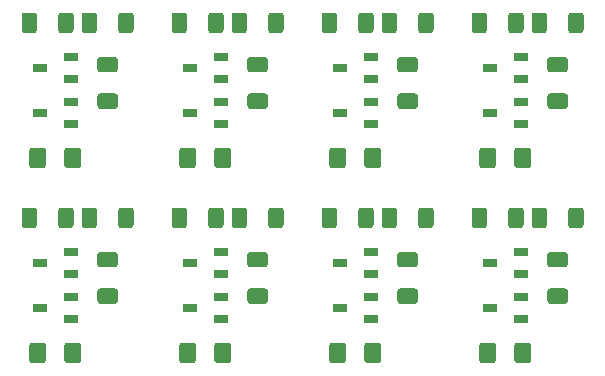
<source format=gbr>
%TF.GenerationSoftware,KiCad,Pcbnew,5.1.8+dfsg1-1+b1*%
%TF.CreationDate,2021-02-16T13:38:33-06:00*%
%TF.ProjectId,interrupt-hat,696e7465-7272-4757-9074-2d6861742e6b,A*%
%TF.SameCoordinates,Original*%
%TF.FileFunction,Paste,Top*%
%TF.FilePolarity,Positive*%
%FSLAX46Y46*%
G04 Gerber Fmt 4.6, Leading zero omitted, Abs format (unit mm)*
G04 Created by KiCad (PCBNEW 5.1.8+dfsg1-1+b1) date 2021-02-16 13:38:33*
%MOMM*%
%LPD*%
G01*
G04 APERTURE LIST*
%ADD10R,1.220000X0.650000*%
G04 APERTURE END LIST*
D10*
%TO.C,Q16*%
X92670000Y-83185000D03*
X95290000Y-82235000D03*
X95290000Y-84135000D03*
%TD*%
%TO.C,Q15*%
X92670000Y-66675000D03*
X95290000Y-65725000D03*
X95290000Y-67625000D03*
%TD*%
%TO.C,Q14*%
X92670000Y-86995000D03*
X95290000Y-86045000D03*
X95290000Y-87945000D03*
%TD*%
%TO.C,Q13*%
X79970000Y-86995000D03*
X82590000Y-86045000D03*
X82590000Y-87945000D03*
%TD*%
%TO.C,Q12*%
X67270000Y-86995000D03*
X69890000Y-86045000D03*
X69890000Y-87945000D03*
%TD*%
%TO.C,Q11*%
X54570000Y-86995000D03*
X57190000Y-86045000D03*
X57190000Y-87945000D03*
%TD*%
%TO.C,Q10*%
X79970000Y-83185000D03*
X82590000Y-82235000D03*
X82590000Y-84135000D03*
%TD*%
%TO.C,Q9*%
X79970000Y-66675000D03*
X82590000Y-65725000D03*
X82590000Y-67625000D03*
%TD*%
%TO.C,Q8*%
X67270000Y-83185000D03*
X69890000Y-82235000D03*
X69890000Y-84135000D03*
%TD*%
%TO.C,Q7*%
X67270000Y-66675000D03*
X69890000Y-65725000D03*
X69890000Y-67625000D03*
%TD*%
%TO.C,Q6*%
X92670000Y-70485000D03*
X95290000Y-69535000D03*
X95290000Y-71435000D03*
%TD*%
%TO.C,Q5*%
X79970000Y-70485000D03*
X82590000Y-69535000D03*
X82590000Y-71435000D03*
%TD*%
%TO.C,Q4*%
X67270000Y-70485000D03*
X69890000Y-69535000D03*
X69890000Y-71435000D03*
%TD*%
%TO.C,Q3*%
X54570000Y-70485000D03*
X57190000Y-69535000D03*
X57190000Y-71435000D03*
%TD*%
%TO.C,Q2*%
X54570000Y-83185000D03*
X57190000Y-82235000D03*
X57190000Y-84135000D03*
%TD*%
%TO.C,Q1*%
X54570000Y-66675000D03*
X57190000Y-65725000D03*
X57190000Y-67625000D03*
%TD*%
%TO.C,R1*%
G36*
G01*
X56145000Y-63490001D02*
X56145000Y-62239999D01*
G75*
G02*
X56394999Y-61990000I249999J0D01*
G01*
X57195001Y-61990000D01*
G75*
G02*
X57445000Y-62239999I0J-249999D01*
G01*
X57445000Y-63490001D01*
G75*
G02*
X57195001Y-63740000I-249999J0D01*
G01*
X56394999Y-63740000D01*
G75*
G02*
X56145000Y-63490001I0J249999D01*
G01*
G37*
G36*
G01*
X53045000Y-63490001D02*
X53045000Y-62239999D01*
G75*
G02*
X53294999Y-61990000I249999J0D01*
G01*
X54095001Y-61990000D01*
G75*
G02*
X54345000Y-62239999I0J-249999D01*
G01*
X54345000Y-63490001D01*
G75*
G02*
X54095001Y-63740000I-249999J0D01*
G01*
X53294999Y-63740000D01*
G75*
G02*
X53045000Y-63490001I0J249999D01*
G01*
G37*
%TD*%
%TO.C,R24*%
G36*
G01*
X99325000Y-80000001D02*
X99325000Y-78749999D01*
G75*
G02*
X99574999Y-78500000I249999J0D01*
G01*
X100375001Y-78500000D01*
G75*
G02*
X100625000Y-78749999I0J-249999D01*
G01*
X100625000Y-80000001D01*
G75*
G02*
X100375001Y-80250000I-249999J0D01*
G01*
X99574999Y-80250000D01*
G75*
G02*
X99325000Y-80000001I0J249999D01*
G01*
G37*
G36*
G01*
X96225000Y-80000001D02*
X96225000Y-78749999D01*
G75*
G02*
X96474999Y-78500000I249999J0D01*
G01*
X97275001Y-78500000D01*
G75*
G02*
X97525000Y-78749999I0J-249999D01*
G01*
X97525000Y-80000001D01*
G75*
G02*
X97275001Y-80250000I-249999J0D01*
G01*
X96474999Y-80250000D01*
G75*
G02*
X96225000Y-80000001I0J249999D01*
G01*
G37*
%TD*%
%TO.C,R23*%
G36*
G01*
X94245000Y-80000001D02*
X94245000Y-78749999D01*
G75*
G02*
X94494999Y-78500000I249999J0D01*
G01*
X95295001Y-78500000D01*
G75*
G02*
X95545000Y-78749999I0J-249999D01*
G01*
X95545000Y-80000001D01*
G75*
G02*
X95295001Y-80250000I-249999J0D01*
G01*
X94494999Y-80250000D01*
G75*
G02*
X94245000Y-80000001I0J249999D01*
G01*
G37*
G36*
G01*
X91145000Y-80000001D02*
X91145000Y-78749999D01*
G75*
G02*
X91394999Y-78500000I249999J0D01*
G01*
X92195001Y-78500000D01*
G75*
G02*
X92445000Y-78749999I0J-249999D01*
G01*
X92445000Y-80000001D01*
G75*
G02*
X92195001Y-80250000I-249999J0D01*
G01*
X91394999Y-80250000D01*
G75*
G02*
X91145000Y-80000001I0J249999D01*
G01*
G37*
%TD*%
%TO.C,R22*%
G36*
G01*
X99325000Y-63490001D02*
X99325000Y-62239999D01*
G75*
G02*
X99574999Y-61990000I249999J0D01*
G01*
X100375001Y-61990000D01*
G75*
G02*
X100625000Y-62239999I0J-249999D01*
G01*
X100625000Y-63490001D01*
G75*
G02*
X100375001Y-63740000I-249999J0D01*
G01*
X99574999Y-63740000D01*
G75*
G02*
X99325000Y-63490001I0J249999D01*
G01*
G37*
G36*
G01*
X96225000Y-63490001D02*
X96225000Y-62239999D01*
G75*
G02*
X96474999Y-61990000I249999J0D01*
G01*
X97275001Y-61990000D01*
G75*
G02*
X97525000Y-62239999I0J-249999D01*
G01*
X97525000Y-63490001D01*
G75*
G02*
X97275001Y-63740000I-249999J0D01*
G01*
X96474999Y-63740000D01*
G75*
G02*
X96225000Y-63490001I0J249999D01*
G01*
G37*
%TD*%
%TO.C,R21*%
G36*
G01*
X94245000Y-63490001D02*
X94245000Y-62239999D01*
G75*
G02*
X94494999Y-61990000I249999J0D01*
G01*
X95295001Y-61990000D01*
G75*
G02*
X95545000Y-62239999I0J-249999D01*
G01*
X95545000Y-63490001D01*
G75*
G02*
X95295001Y-63740000I-249999J0D01*
G01*
X94494999Y-63740000D01*
G75*
G02*
X94245000Y-63490001I0J249999D01*
G01*
G37*
G36*
G01*
X91145000Y-63490001D02*
X91145000Y-62239999D01*
G75*
G02*
X91394999Y-61990000I249999J0D01*
G01*
X92195001Y-61990000D01*
G75*
G02*
X92445000Y-62239999I0J-249999D01*
G01*
X92445000Y-63490001D01*
G75*
G02*
X92195001Y-63740000I-249999J0D01*
G01*
X91394999Y-63740000D01*
G75*
G02*
X91145000Y-63490001I0J249999D01*
G01*
G37*
%TD*%
%TO.C,R20*%
G36*
G01*
X97799999Y-85355000D02*
X99050001Y-85355000D01*
G75*
G02*
X99300000Y-85604999I0J-249999D01*
G01*
X99300000Y-86405001D01*
G75*
G02*
X99050001Y-86655000I-249999J0D01*
G01*
X97799999Y-86655000D01*
G75*
G02*
X97550000Y-86405001I0J249999D01*
G01*
X97550000Y-85604999D01*
G75*
G02*
X97799999Y-85355000I249999J0D01*
G01*
G37*
G36*
G01*
X97799999Y-82255000D02*
X99050001Y-82255000D01*
G75*
G02*
X99300000Y-82504999I0J-249999D01*
G01*
X99300000Y-83305001D01*
G75*
G02*
X99050001Y-83555000I-249999J0D01*
G01*
X97799999Y-83555000D01*
G75*
G02*
X97550000Y-83305001I0J249999D01*
G01*
X97550000Y-82504999D01*
G75*
G02*
X97799999Y-82255000I249999J0D01*
G01*
G37*
%TD*%
%TO.C,R19*%
G36*
G01*
X85099999Y-85355000D02*
X86350001Y-85355000D01*
G75*
G02*
X86600000Y-85604999I0J-249999D01*
G01*
X86600000Y-86405001D01*
G75*
G02*
X86350001Y-86655000I-249999J0D01*
G01*
X85099999Y-86655000D01*
G75*
G02*
X84850000Y-86405001I0J249999D01*
G01*
X84850000Y-85604999D01*
G75*
G02*
X85099999Y-85355000I249999J0D01*
G01*
G37*
G36*
G01*
X85099999Y-82255000D02*
X86350001Y-82255000D01*
G75*
G02*
X86600000Y-82504999I0J-249999D01*
G01*
X86600000Y-83305001D01*
G75*
G02*
X86350001Y-83555000I-249999J0D01*
G01*
X85099999Y-83555000D01*
G75*
G02*
X84850000Y-83305001I0J249999D01*
G01*
X84850000Y-82504999D01*
G75*
G02*
X85099999Y-82255000I249999J0D01*
G01*
G37*
%TD*%
%TO.C,R18*%
G36*
G01*
X72399999Y-85355000D02*
X73650001Y-85355000D01*
G75*
G02*
X73900000Y-85604999I0J-249999D01*
G01*
X73900000Y-86405001D01*
G75*
G02*
X73650001Y-86655000I-249999J0D01*
G01*
X72399999Y-86655000D01*
G75*
G02*
X72150000Y-86405001I0J249999D01*
G01*
X72150000Y-85604999D01*
G75*
G02*
X72399999Y-85355000I249999J0D01*
G01*
G37*
G36*
G01*
X72399999Y-82255000D02*
X73650001Y-82255000D01*
G75*
G02*
X73900000Y-82504999I0J-249999D01*
G01*
X73900000Y-83305001D01*
G75*
G02*
X73650001Y-83555000I-249999J0D01*
G01*
X72399999Y-83555000D01*
G75*
G02*
X72150000Y-83305001I0J249999D01*
G01*
X72150000Y-82504999D01*
G75*
G02*
X72399999Y-82255000I249999J0D01*
G01*
G37*
%TD*%
%TO.C,R17*%
G36*
G01*
X59699999Y-85355000D02*
X60950001Y-85355000D01*
G75*
G02*
X61200000Y-85604999I0J-249999D01*
G01*
X61200000Y-86405001D01*
G75*
G02*
X60950001Y-86655000I-249999J0D01*
G01*
X59699999Y-86655000D01*
G75*
G02*
X59450000Y-86405001I0J249999D01*
G01*
X59450000Y-85604999D01*
G75*
G02*
X59699999Y-85355000I249999J0D01*
G01*
G37*
G36*
G01*
X59699999Y-82255000D02*
X60950001Y-82255000D01*
G75*
G02*
X61200000Y-82504999I0J-249999D01*
G01*
X61200000Y-83305001D01*
G75*
G02*
X60950001Y-83555000I-249999J0D01*
G01*
X59699999Y-83555000D01*
G75*
G02*
X59450000Y-83305001I0J249999D01*
G01*
X59450000Y-82504999D01*
G75*
G02*
X59699999Y-82255000I249999J0D01*
G01*
G37*
%TD*%
%TO.C,R16*%
G36*
G01*
X86625000Y-80000001D02*
X86625000Y-78749999D01*
G75*
G02*
X86874999Y-78500000I249999J0D01*
G01*
X87675001Y-78500000D01*
G75*
G02*
X87925000Y-78749999I0J-249999D01*
G01*
X87925000Y-80000001D01*
G75*
G02*
X87675001Y-80250000I-249999J0D01*
G01*
X86874999Y-80250000D01*
G75*
G02*
X86625000Y-80000001I0J249999D01*
G01*
G37*
G36*
G01*
X83525000Y-80000001D02*
X83525000Y-78749999D01*
G75*
G02*
X83774999Y-78500000I249999J0D01*
G01*
X84575001Y-78500000D01*
G75*
G02*
X84825000Y-78749999I0J-249999D01*
G01*
X84825000Y-80000001D01*
G75*
G02*
X84575001Y-80250000I-249999J0D01*
G01*
X83774999Y-80250000D01*
G75*
G02*
X83525000Y-80000001I0J249999D01*
G01*
G37*
%TD*%
%TO.C,R15*%
G36*
G01*
X81545000Y-80000001D02*
X81545000Y-78749999D01*
G75*
G02*
X81794999Y-78500000I249999J0D01*
G01*
X82595001Y-78500000D01*
G75*
G02*
X82845000Y-78749999I0J-249999D01*
G01*
X82845000Y-80000001D01*
G75*
G02*
X82595001Y-80250000I-249999J0D01*
G01*
X81794999Y-80250000D01*
G75*
G02*
X81545000Y-80000001I0J249999D01*
G01*
G37*
G36*
G01*
X78445000Y-80000001D02*
X78445000Y-78749999D01*
G75*
G02*
X78694999Y-78500000I249999J0D01*
G01*
X79495001Y-78500000D01*
G75*
G02*
X79745000Y-78749999I0J-249999D01*
G01*
X79745000Y-80000001D01*
G75*
G02*
X79495001Y-80250000I-249999J0D01*
G01*
X78694999Y-80250000D01*
G75*
G02*
X78445000Y-80000001I0J249999D01*
G01*
G37*
%TD*%
%TO.C,R14*%
G36*
G01*
X86625000Y-63490001D02*
X86625000Y-62239999D01*
G75*
G02*
X86874999Y-61990000I249999J0D01*
G01*
X87675001Y-61990000D01*
G75*
G02*
X87925000Y-62239999I0J-249999D01*
G01*
X87925000Y-63490001D01*
G75*
G02*
X87675001Y-63740000I-249999J0D01*
G01*
X86874999Y-63740000D01*
G75*
G02*
X86625000Y-63490001I0J249999D01*
G01*
G37*
G36*
G01*
X83525000Y-63490001D02*
X83525000Y-62239999D01*
G75*
G02*
X83774999Y-61990000I249999J0D01*
G01*
X84575001Y-61990000D01*
G75*
G02*
X84825000Y-62239999I0J-249999D01*
G01*
X84825000Y-63490001D01*
G75*
G02*
X84575001Y-63740000I-249999J0D01*
G01*
X83774999Y-63740000D01*
G75*
G02*
X83525000Y-63490001I0J249999D01*
G01*
G37*
%TD*%
%TO.C,R13*%
G36*
G01*
X81545000Y-63490001D02*
X81545000Y-62239999D01*
G75*
G02*
X81794999Y-61990000I249999J0D01*
G01*
X82595001Y-61990000D01*
G75*
G02*
X82845000Y-62239999I0J-249999D01*
G01*
X82845000Y-63490001D01*
G75*
G02*
X82595001Y-63740000I-249999J0D01*
G01*
X81794999Y-63740000D01*
G75*
G02*
X81545000Y-63490001I0J249999D01*
G01*
G37*
G36*
G01*
X78445000Y-63490001D02*
X78445000Y-62239999D01*
G75*
G02*
X78694999Y-61990000I249999J0D01*
G01*
X79495001Y-61990000D01*
G75*
G02*
X79745000Y-62239999I0J-249999D01*
G01*
X79745000Y-63490001D01*
G75*
G02*
X79495001Y-63740000I-249999J0D01*
G01*
X78694999Y-63740000D01*
G75*
G02*
X78445000Y-63490001I0J249999D01*
G01*
G37*
%TD*%
%TO.C,R12*%
G36*
G01*
X73925000Y-80000001D02*
X73925000Y-78749999D01*
G75*
G02*
X74174999Y-78500000I249999J0D01*
G01*
X74975001Y-78500000D01*
G75*
G02*
X75225000Y-78749999I0J-249999D01*
G01*
X75225000Y-80000001D01*
G75*
G02*
X74975001Y-80250000I-249999J0D01*
G01*
X74174999Y-80250000D01*
G75*
G02*
X73925000Y-80000001I0J249999D01*
G01*
G37*
G36*
G01*
X70825000Y-80000001D02*
X70825000Y-78749999D01*
G75*
G02*
X71074999Y-78500000I249999J0D01*
G01*
X71875001Y-78500000D01*
G75*
G02*
X72125000Y-78749999I0J-249999D01*
G01*
X72125000Y-80000001D01*
G75*
G02*
X71875001Y-80250000I-249999J0D01*
G01*
X71074999Y-80250000D01*
G75*
G02*
X70825000Y-80000001I0J249999D01*
G01*
G37*
%TD*%
%TO.C,R11*%
G36*
G01*
X68845000Y-80000001D02*
X68845000Y-78749999D01*
G75*
G02*
X69094999Y-78500000I249999J0D01*
G01*
X69895001Y-78500000D01*
G75*
G02*
X70145000Y-78749999I0J-249999D01*
G01*
X70145000Y-80000001D01*
G75*
G02*
X69895001Y-80250000I-249999J0D01*
G01*
X69094999Y-80250000D01*
G75*
G02*
X68845000Y-80000001I0J249999D01*
G01*
G37*
G36*
G01*
X65745000Y-80000001D02*
X65745000Y-78749999D01*
G75*
G02*
X65994999Y-78500000I249999J0D01*
G01*
X66795001Y-78500000D01*
G75*
G02*
X67045000Y-78749999I0J-249999D01*
G01*
X67045000Y-80000001D01*
G75*
G02*
X66795001Y-80250000I-249999J0D01*
G01*
X65994999Y-80250000D01*
G75*
G02*
X65745000Y-80000001I0J249999D01*
G01*
G37*
%TD*%
%TO.C,R10*%
G36*
G01*
X73925000Y-63490001D02*
X73925000Y-62239999D01*
G75*
G02*
X74174999Y-61990000I249999J0D01*
G01*
X74975001Y-61990000D01*
G75*
G02*
X75225000Y-62239999I0J-249999D01*
G01*
X75225000Y-63490001D01*
G75*
G02*
X74975001Y-63740000I-249999J0D01*
G01*
X74174999Y-63740000D01*
G75*
G02*
X73925000Y-63490001I0J249999D01*
G01*
G37*
G36*
G01*
X70825000Y-63490001D02*
X70825000Y-62239999D01*
G75*
G02*
X71074999Y-61990000I249999J0D01*
G01*
X71875001Y-61990000D01*
G75*
G02*
X72125000Y-62239999I0J-249999D01*
G01*
X72125000Y-63490001D01*
G75*
G02*
X71875001Y-63740000I-249999J0D01*
G01*
X71074999Y-63740000D01*
G75*
G02*
X70825000Y-63490001I0J249999D01*
G01*
G37*
%TD*%
%TO.C,R9*%
G36*
G01*
X68845000Y-63490001D02*
X68845000Y-62239999D01*
G75*
G02*
X69094999Y-61990000I249999J0D01*
G01*
X69895001Y-61990000D01*
G75*
G02*
X70145000Y-62239999I0J-249999D01*
G01*
X70145000Y-63490001D01*
G75*
G02*
X69895001Y-63740000I-249999J0D01*
G01*
X69094999Y-63740000D01*
G75*
G02*
X68845000Y-63490001I0J249999D01*
G01*
G37*
G36*
G01*
X65745000Y-63490001D02*
X65745000Y-62239999D01*
G75*
G02*
X65994999Y-61990000I249999J0D01*
G01*
X66795001Y-61990000D01*
G75*
G02*
X67045000Y-62239999I0J-249999D01*
G01*
X67045000Y-63490001D01*
G75*
G02*
X66795001Y-63740000I-249999J0D01*
G01*
X65994999Y-63740000D01*
G75*
G02*
X65745000Y-63490001I0J249999D01*
G01*
G37*
%TD*%
%TO.C,R8*%
G36*
G01*
X97799999Y-68845000D02*
X99050001Y-68845000D01*
G75*
G02*
X99300000Y-69094999I0J-249999D01*
G01*
X99300000Y-69895001D01*
G75*
G02*
X99050001Y-70145000I-249999J0D01*
G01*
X97799999Y-70145000D01*
G75*
G02*
X97550000Y-69895001I0J249999D01*
G01*
X97550000Y-69094999D01*
G75*
G02*
X97799999Y-68845000I249999J0D01*
G01*
G37*
G36*
G01*
X97799999Y-65745000D02*
X99050001Y-65745000D01*
G75*
G02*
X99300000Y-65994999I0J-249999D01*
G01*
X99300000Y-66795001D01*
G75*
G02*
X99050001Y-67045000I-249999J0D01*
G01*
X97799999Y-67045000D01*
G75*
G02*
X97550000Y-66795001I0J249999D01*
G01*
X97550000Y-65994999D01*
G75*
G02*
X97799999Y-65745000I249999J0D01*
G01*
G37*
%TD*%
%TO.C,R7*%
G36*
G01*
X85099999Y-68845000D02*
X86350001Y-68845000D01*
G75*
G02*
X86600000Y-69094999I0J-249999D01*
G01*
X86600000Y-69895001D01*
G75*
G02*
X86350001Y-70145000I-249999J0D01*
G01*
X85099999Y-70145000D01*
G75*
G02*
X84850000Y-69895001I0J249999D01*
G01*
X84850000Y-69094999D01*
G75*
G02*
X85099999Y-68845000I249999J0D01*
G01*
G37*
G36*
G01*
X85099999Y-65745000D02*
X86350001Y-65745000D01*
G75*
G02*
X86600000Y-65994999I0J-249999D01*
G01*
X86600000Y-66795001D01*
G75*
G02*
X86350001Y-67045000I-249999J0D01*
G01*
X85099999Y-67045000D01*
G75*
G02*
X84850000Y-66795001I0J249999D01*
G01*
X84850000Y-65994999D01*
G75*
G02*
X85099999Y-65745000I249999J0D01*
G01*
G37*
%TD*%
%TO.C,R6*%
G36*
G01*
X72399999Y-68845000D02*
X73650001Y-68845000D01*
G75*
G02*
X73900000Y-69094999I0J-249999D01*
G01*
X73900000Y-69895001D01*
G75*
G02*
X73650001Y-70145000I-249999J0D01*
G01*
X72399999Y-70145000D01*
G75*
G02*
X72150000Y-69895001I0J249999D01*
G01*
X72150000Y-69094999D01*
G75*
G02*
X72399999Y-68845000I249999J0D01*
G01*
G37*
G36*
G01*
X72399999Y-65745000D02*
X73650001Y-65745000D01*
G75*
G02*
X73900000Y-65994999I0J-249999D01*
G01*
X73900000Y-66795001D01*
G75*
G02*
X73650001Y-67045000I-249999J0D01*
G01*
X72399999Y-67045000D01*
G75*
G02*
X72150000Y-66795001I0J249999D01*
G01*
X72150000Y-65994999D01*
G75*
G02*
X72399999Y-65745000I249999J0D01*
G01*
G37*
%TD*%
%TO.C,R5*%
G36*
G01*
X59699999Y-68845000D02*
X60950001Y-68845000D01*
G75*
G02*
X61200000Y-69094999I0J-249999D01*
G01*
X61200000Y-69895001D01*
G75*
G02*
X60950001Y-70145000I-249999J0D01*
G01*
X59699999Y-70145000D01*
G75*
G02*
X59450000Y-69895001I0J249999D01*
G01*
X59450000Y-69094999D01*
G75*
G02*
X59699999Y-68845000I249999J0D01*
G01*
G37*
G36*
G01*
X59699999Y-65745000D02*
X60950001Y-65745000D01*
G75*
G02*
X61200000Y-65994999I0J-249999D01*
G01*
X61200000Y-66795001D01*
G75*
G02*
X60950001Y-67045000I-249999J0D01*
G01*
X59699999Y-67045000D01*
G75*
G02*
X59450000Y-66795001I0J249999D01*
G01*
X59450000Y-65994999D01*
G75*
G02*
X59699999Y-65745000I249999J0D01*
G01*
G37*
%TD*%
%TO.C,R4*%
G36*
G01*
X61225000Y-80000001D02*
X61225000Y-78749999D01*
G75*
G02*
X61474999Y-78500000I249999J0D01*
G01*
X62275001Y-78500000D01*
G75*
G02*
X62525000Y-78749999I0J-249999D01*
G01*
X62525000Y-80000001D01*
G75*
G02*
X62275001Y-80250000I-249999J0D01*
G01*
X61474999Y-80250000D01*
G75*
G02*
X61225000Y-80000001I0J249999D01*
G01*
G37*
G36*
G01*
X58125000Y-80000001D02*
X58125000Y-78749999D01*
G75*
G02*
X58374999Y-78500000I249999J0D01*
G01*
X59175001Y-78500000D01*
G75*
G02*
X59425000Y-78749999I0J-249999D01*
G01*
X59425000Y-80000001D01*
G75*
G02*
X59175001Y-80250000I-249999J0D01*
G01*
X58374999Y-80250000D01*
G75*
G02*
X58125000Y-80000001I0J249999D01*
G01*
G37*
%TD*%
%TO.C,R3*%
G36*
G01*
X56145000Y-80000001D02*
X56145000Y-78749999D01*
G75*
G02*
X56394999Y-78500000I249999J0D01*
G01*
X57195001Y-78500000D01*
G75*
G02*
X57445000Y-78749999I0J-249999D01*
G01*
X57445000Y-80000001D01*
G75*
G02*
X57195001Y-80250000I-249999J0D01*
G01*
X56394999Y-80250000D01*
G75*
G02*
X56145000Y-80000001I0J249999D01*
G01*
G37*
G36*
G01*
X53045000Y-80000001D02*
X53045000Y-78749999D01*
G75*
G02*
X53294999Y-78500000I249999J0D01*
G01*
X54095001Y-78500000D01*
G75*
G02*
X54345000Y-78749999I0J-249999D01*
G01*
X54345000Y-80000001D01*
G75*
G02*
X54095001Y-80250000I-249999J0D01*
G01*
X53294999Y-80250000D01*
G75*
G02*
X53045000Y-80000001I0J249999D01*
G01*
G37*
%TD*%
%TO.C,R2*%
G36*
G01*
X61225000Y-63490001D02*
X61225000Y-62239999D01*
G75*
G02*
X61474999Y-61990000I249999J0D01*
G01*
X62275001Y-61990000D01*
G75*
G02*
X62525000Y-62239999I0J-249999D01*
G01*
X62525000Y-63490001D01*
G75*
G02*
X62275001Y-63740000I-249999J0D01*
G01*
X61474999Y-63740000D01*
G75*
G02*
X61225000Y-63490001I0J249999D01*
G01*
G37*
G36*
G01*
X58125000Y-63490001D02*
X58125000Y-62239999D01*
G75*
G02*
X58374999Y-61990000I249999J0D01*
G01*
X59175001Y-61990000D01*
G75*
G02*
X59425000Y-62239999I0J-249999D01*
G01*
X59425000Y-63490001D01*
G75*
G02*
X59175001Y-63740000I-249999J0D01*
G01*
X58374999Y-63740000D01*
G75*
G02*
X58125000Y-63490001I0J249999D01*
G01*
G37*
%TD*%
%TO.C,D8*%
G36*
G01*
X94755000Y-91430000D02*
X94755000Y-90180000D01*
G75*
G02*
X95005000Y-89930000I250000J0D01*
G01*
X95930000Y-89930000D01*
G75*
G02*
X96180000Y-90180000I0J-250000D01*
G01*
X96180000Y-91430000D01*
G75*
G02*
X95930000Y-91680000I-250000J0D01*
G01*
X95005000Y-91680000D01*
G75*
G02*
X94755000Y-91430000I0J250000D01*
G01*
G37*
G36*
G01*
X91780000Y-91430000D02*
X91780000Y-90180000D01*
G75*
G02*
X92030000Y-89930000I250000J0D01*
G01*
X92955000Y-89930000D01*
G75*
G02*
X93205000Y-90180000I0J-250000D01*
G01*
X93205000Y-91430000D01*
G75*
G02*
X92955000Y-91680000I-250000J0D01*
G01*
X92030000Y-91680000D01*
G75*
G02*
X91780000Y-91430000I0J250000D01*
G01*
G37*
%TD*%
%TO.C,D7*%
G36*
G01*
X82055000Y-91430000D02*
X82055000Y-90180000D01*
G75*
G02*
X82305000Y-89930000I250000J0D01*
G01*
X83230000Y-89930000D01*
G75*
G02*
X83480000Y-90180000I0J-250000D01*
G01*
X83480000Y-91430000D01*
G75*
G02*
X83230000Y-91680000I-250000J0D01*
G01*
X82305000Y-91680000D01*
G75*
G02*
X82055000Y-91430000I0J250000D01*
G01*
G37*
G36*
G01*
X79080000Y-91430000D02*
X79080000Y-90180000D01*
G75*
G02*
X79330000Y-89930000I250000J0D01*
G01*
X80255000Y-89930000D01*
G75*
G02*
X80505000Y-90180000I0J-250000D01*
G01*
X80505000Y-91430000D01*
G75*
G02*
X80255000Y-91680000I-250000J0D01*
G01*
X79330000Y-91680000D01*
G75*
G02*
X79080000Y-91430000I0J250000D01*
G01*
G37*
%TD*%
%TO.C,D6*%
G36*
G01*
X69355000Y-91430000D02*
X69355000Y-90180000D01*
G75*
G02*
X69605000Y-89930000I250000J0D01*
G01*
X70530000Y-89930000D01*
G75*
G02*
X70780000Y-90180000I0J-250000D01*
G01*
X70780000Y-91430000D01*
G75*
G02*
X70530000Y-91680000I-250000J0D01*
G01*
X69605000Y-91680000D01*
G75*
G02*
X69355000Y-91430000I0J250000D01*
G01*
G37*
G36*
G01*
X66380000Y-91430000D02*
X66380000Y-90180000D01*
G75*
G02*
X66630000Y-89930000I250000J0D01*
G01*
X67555000Y-89930000D01*
G75*
G02*
X67805000Y-90180000I0J-250000D01*
G01*
X67805000Y-91430000D01*
G75*
G02*
X67555000Y-91680000I-250000J0D01*
G01*
X66630000Y-91680000D01*
G75*
G02*
X66380000Y-91430000I0J250000D01*
G01*
G37*
%TD*%
%TO.C,D5*%
G36*
G01*
X56655000Y-91430000D02*
X56655000Y-90180000D01*
G75*
G02*
X56905000Y-89930000I250000J0D01*
G01*
X57830000Y-89930000D01*
G75*
G02*
X58080000Y-90180000I0J-250000D01*
G01*
X58080000Y-91430000D01*
G75*
G02*
X57830000Y-91680000I-250000J0D01*
G01*
X56905000Y-91680000D01*
G75*
G02*
X56655000Y-91430000I0J250000D01*
G01*
G37*
G36*
G01*
X53680000Y-91430000D02*
X53680000Y-90180000D01*
G75*
G02*
X53930000Y-89930000I250000J0D01*
G01*
X54855000Y-89930000D01*
G75*
G02*
X55105000Y-90180000I0J-250000D01*
G01*
X55105000Y-91430000D01*
G75*
G02*
X54855000Y-91680000I-250000J0D01*
G01*
X53930000Y-91680000D01*
G75*
G02*
X53680000Y-91430000I0J250000D01*
G01*
G37*
%TD*%
%TO.C,D4*%
G36*
G01*
X94755000Y-74920000D02*
X94755000Y-73670000D01*
G75*
G02*
X95005000Y-73420000I250000J0D01*
G01*
X95930000Y-73420000D01*
G75*
G02*
X96180000Y-73670000I0J-250000D01*
G01*
X96180000Y-74920000D01*
G75*
G02*
X95930000Y-75170000I-250000J0D01*
G01*
X95005000Y-75170000D01*
G75*
G02*
X94755000Y-74920000I0J250000D01*
G01*
G37*
G36*
G01*
X91780000Y-74920000D02*
X91780000Y-73670000D01*
G75*
G02*
X92030000Y-73420000I250000J0D01*
G01*
X92955000Y-73420000D01*
G75*
G02*
X93205000Y-73670000I0J-250000D01*
G01*
X93205000Y-74920000D01*
G75*
G02*
X92955000Y-75170000I-250000J0D01*
G01*
X92030000Y-75170000D01*
G75*
G02*
X91780000Y-74920000I0J250000D01*
G01*
G37*
%TD*%
%TO.C,D3*%
G36*
G01*
X82055000Y-74920000D02*
X82055000Y-73670000D01*
G75*
G02*
X82305000Y-73420000I250000J0D01*
G01*
X83230000Y-73420000D01*
G75*
G02*
X83480000Y-73670000I0J-250000D01*
G01*
X83480000Y-74920000D01*
G75*
G02*
X83230000Y-75170000I-250000J0D01*
G01*
X82305000Y-75170000D01*
G75*
G02*
X82055000Y-74920000I0J250000D01*
G01*
G37*
G36*
G01*
X79080000Y-74920000D02*
X79080000Y-73670000D01*
G75*
G02*
X79330000Y-73420000I250000J0D01*
G01*
X80255000Y-73420000D01*
G75*
G02*
X80505000Y-73670000I0J-250000D01*
G01*
X80505000Y-74920000D01*
G75*
G02*
X80255000Y-75170000I-250000J0D01*
G01*
X79330000Y-75170000D01*
G75*
G02*
X79080000Y-74920000I0J250000D01*
G01*
G37*
%TD*%
%TO.C,D2*%
G36*
G01*
X69355000Y-74920000D02*
X69355000Y-73670000D01*
G75*
G02*
X69605000Y-73420000I250000J0D01*
G01*
X70530000Y-73420000D01*
G75*
G02*
X70780000Y-73670000I0J-250000D01*
G01*
X70780000Y-74920000D01*
G75*
G02*
X70530000Y-75170000I-250000J0D01*
G01*
X69605000Y-75170000D01*
G75*
G02*
X69355000Y-74920000I0J250000D01*
G01*
G37*
G36*
G01*
X66380000Y-74920000D02*
X66380000Y-73670000D01*
G75*
G02*
X66630000Y-73420000I250000J0D01*
G01*
X67555000Y-73420000D01*
G75*
G02*
X67805000Y-73670000I0J-250000D01*
G01*
X67805000Y-74920000D01*
G75*
G02*
X67555000Y-75170000I-250000J0D01*
G01*
X66630000Y-75170000D01*
G75*
G02*
X66380000Y-74920000I0J250000D01*
G01*
G37*
%TD*%
%TO.C,D1*%
G36*
G01*
X56655000Y-74920000D02*
X56655000Y-73670000D01*
G75*
G02*
X56905000Y-73420000I250000J0D01*
G01*
X57830000Y-73420000D01*
G75*
G02*
X58080000Y-73670000I0J-250000D01*
G01*
X58080000Y-74920000D01*
G75*
G02*
X57830000Y-75170000I-250000J0D01*
G01*
X56905000Y-75170000D01*
G75*
G02*
X56655000Y-74920000I0J250000D01*
G01*
G37*
G36*
G01*
X53680000Y-74920000D02*
X53680000Y-73670000D01*
G75*
G02*
X53930000Y-73420000I250000J0D01*
G01*
X54855000Y-73420000D01*
G75*
G02*
X55105000Y-73670000I0J-250000D01*
G01*
X55105000Y-74920000D01*
G75*
G02*
X54855000Y-75170000I-250000J0D01*
G01*
X53930000Y-75170000D01*
G75*
G02*
X53680000Y-74920000I0J250000D01*
G01*
G37*
%TD*%
M02*

</source>
